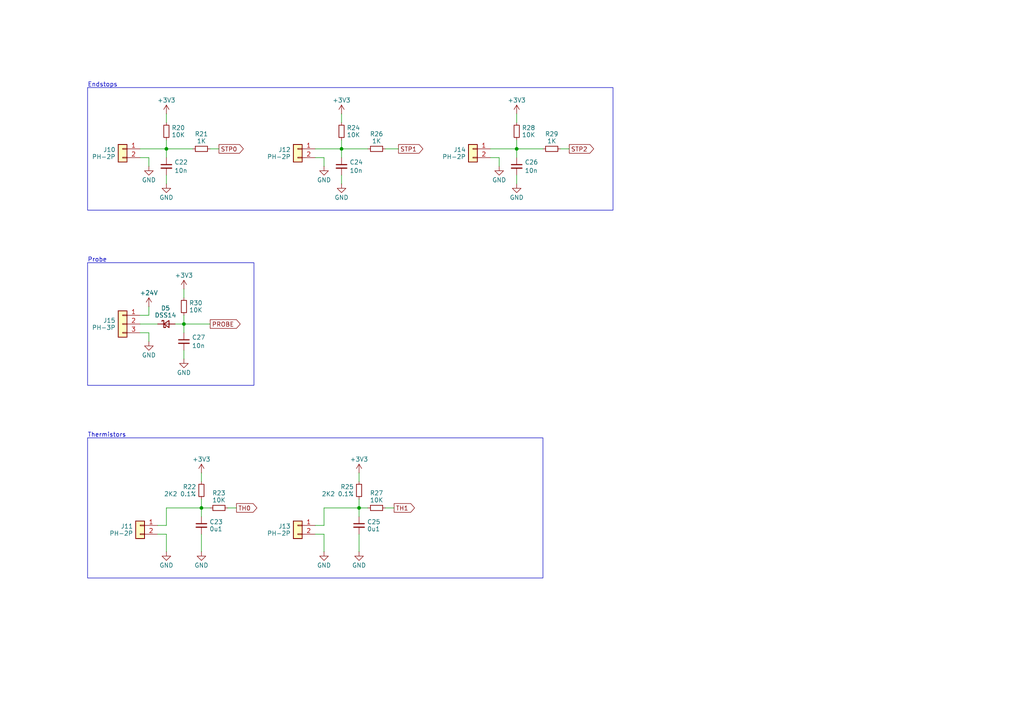
<source format=kicad_sch>
(kicad_sch (version 20231120) (generator "eeschema") (generator_version "8.0")
  (paper "A4")
  (lib_symbols
    (symbol "Connector_Generic:Conn_01x02" (pin_names (offset 1.016) hide)
      (property "Reference" "J" (at 0 2.54 0))
      (property "Value" "Conn_01x02" (at 0 -5.08 0))
      (symbol "Conn_01x02_1_1"
        (rectangle (start -1.27 -2.413) (end 0 -2.667) (stroke (width 0.1524)))
        (rectangle (start -1.27 0.127) (end 0 -0.127) (stroke (width 0.1524)))
        (rectangle (start -1.27 1.27) (end 1.27 -3.81) (stroke (width 0.254)) (fill (type background)))
        (pin passive line (at -5.08 0 0) (length 3.81) (name "Pin_1") (number "1"))
        (pin passive line (at -5.08 -2.54 0) (length 3.81) (name "Pin_2") (number "2"))
      )
    )
    (symbol "Connector_Generic:Conn_01x03" (pin_names (offset 1.016) hide)
      (property "Reference" "J" (at 0 5.08 0))
      (property "Value" "Conn_01x03" (at 0 -5.08 0))
      (symbol "Conn_01x03_1_1"
        (rectangle (start -1.27 -2.413) (end 0 -2.667) (stroke (width 0.1524)))
        (rectangle (start -1.27 0.127) (end 0 -0.127) (stroke (width 0.1524)))
        (rectangle (start -1.27 2.667) (end 0 2.413) (stroke (width 0.1524)))
        (rectangle (start -1.27 3.81) (end 1.27 -3.81) (stroke (width 0.254)) (fill (type background)))
        (pin passive line (at -5.08 2.54 0) (length 3.81) (name "Pin_1") (number "1"))
        (pin passive line (at -5.08 0 0) (length 3.81) (name "Pin_2") (number "2"))
        (pin passive line (at -5.08 -2.54 0) (length 3.81) (name "Pin_3") (number "3"))
      )
    )
    (symbol "Device:C_Small" (pin_numbers hide) (pin_names (offset 0.254) hide)
      (property "Reference" "C" (at 0.254 1.778 0))
      (property "Value" "C_Small" (at 0.254 -2.032 0))
      (symbol "C_Small_0_1"
        (polyline (pts (xy -1.524 -0.508) (xy 1.524 -0.508)) (stroke (width 0.3302)))
        (polyline (pts (xy -1.524 0.508) (xy 1.524 0.508)) (stroke (width 0.3048)))
      )
      (symbol "C_Small_1_1"
        (pin passive line (at 0 2.54 270) (length 2.032) (name "~") (number "1"))
        (pin passive line (at 0 -2.54 90) (length 2.032) (name "~") (number "2"))
      )
    )
    (symbol "Device:D_Schottky_Small" (pin_numbers hide) (pin_names (offset 0.254) hide)
      (property "Reference" "D" (at -1.27 2.032 0))
      (property "Value" "D_Schottky_Small" (at -7.112 -2.032 0))
      (symbol "D_Schottky_Small_0_1"
        (polyline (pts (xy -0.762 0) (xy 0.762 0)))
        (polyline (pts (xy 0.762 -1.016) (xy -0.762 0) (xy 0.762 1.016) (xy 0.762 -1.016)) (stroke (width 0.254)))
        (polyline (pts (xy -1.27 0.762) (xy -1.27 1.016) (xy -0.762 1.016) (xy -0.762 -1.016) (xy -0.254 -1.016) (xy -0.254 -0.762)) (stroke (width 0.254)))
      )
      (symbol "D_Schottky_Small_1_1"
        (pin passive line (at -2.54 0 0) (length 1.778) (name "K") (number "1"))
        (pin passive line (at 2.54 0 180) (length 1.778) (name "A") (number "2"))
      )
    )
    (symbol "Device:R_Small" (pin_numbers hide) (pin_names (offset 0.254) hide)
      (property "Reference" "R" (at 0.762 0.508 0))
      (property "Value" "R_Small" (at 0.762 -1.016 0))
      (symbol "R_Small_0_1"
        (rectangle (start -0.762 1.778) (end 0.762 -1.778) (stroke (width 0.2032)))
      )
      (symbol "R_Small_1_1"
        (pin passive line (at 0 2.54 270) (length 0.762) (name "~") (number "1"))
        (pin passive line (at 0 -2.54 90) (length 0.762) (name "~") (number "2"))
      )
    )
    (symbol "power:+24V" (power) (pin_numbers hide) (pin_names (offset 0) hide)
      (property "Value" "+24V" (at 0 3.556 0))
      (symbol "+24V_0_1"
        (polyline (pts (xy -0.762 1.27) (xy 0 2.54)))
        (polyline (pts (xy 0 0) (xy 0 2.54)))
        (polyline (pts (xy 0 2.54) (xy 0.762 1.27)))
      )
      (symbol "+24V_1_1"
        (pin power_in line (at 0 0 90) (length 0) (name "~") (number "1"))
      )
    )
    (symbol "power:+3V3" (power) (pin_numbers hide) (pin_names (offset 0) hide)
      (property "Value" "+3V3" (at 0 3.556 0))
      (symbol "+3V3_0_1"
        (polyline (pts (xy -0.762 1.27) (xy 0 2.54)))
        (polyline (pts (xy 0 0) (xy 0 2.54)))
        (polyline (pts (xy 0 2.54) (xy 0.762 1.27)))
      )
      (symbol "+3V3_1_1"
        (pin power_in line (at 0 0 90) (length 0) (name "~") (number "1"))
      )
    )
    (symbol "power:GND" (power) (pin_numbers hide) (pin_names (offset 0) hide)
      (property "Value" "GND" (at 0 -3.81 0))
      (symbol "GND_0_1"
        (polyline (pts (xy 0 0) (xy 0 -1.27) (xy 1.27 -1.27) (xy 0 -2.54) (xy -1.27 -1.27) (xy 0 -1.27)))
      )
      (symbol "GND_1_1"
        (pin power_in line (at 0 0 270) (length 0) (name "~") (number "1"))
      )
    )
  )
  (junction (at 104.14 147.32))
  (junction (at 149.86 43.18))
  (junction (at 48.26 43.18))
  (junction (at 58.42 147.32))
  (junction (at 99.06 43.18))
  (junction (at 53.34 93.98))
  (wire (pts (xy 149.86 50.8) (xy 149.86 53.34)))
  (wire (pts (xy 48.26 43.18) (xy 55.88 43.18)))
  (wire (pts (xy 91.44 152.4) (xy 93.98 152.4)))
  (wire (pts (xy 93.98 147.32) (xy 104.14 147.32)))
  (wire (pts (xy 104.14 137.16) (xy 104.14 139.7)))
  (wire (pts (xy 99.06 50.8) (xy 99.06 53.34)))
  (wire (pts (xy 43.18 91.44) (xy 40.64 91.44)))
  (wire (pts (xy 93.98 147.32) (xy 93.98 152.4)))
  (wire (pts (xy 60.96 43.18) (xy 63.5 43.18)))
  (wire (pts (xy 104.14 147.32) (xy 104.14 149.86)))
  (wire (pts (xy 93.98 45.72) (xy 93.98 48.26)))
  (wire (pts (xy 53.34 93.98) (xy 60.96 93.98)))
  (wire (pts (xy 58.42 154.94) (xy 58.42 160.02)))
  (wire (pts (xy 58.42 137.16) (xy 58.42 139.7)))
  (wire (pts (xy 58.42 144.78) (xy 58.42 147.32)))
  (wire (pts (xy 66.04 147.32) (xy 68.58 147.32)))
  (wire (pts (xy 43.18 45.72) (xy 43.18 48.26)))
  (wire (pts (xy 53.34 93.98) (xy 53.34 96.52)))
  (wire (pts (xy 58.42 147.32) (xy 58.42 149.86)))
  (wire (pts (xy 149.86 43.18) (xy 157.48 43.18)))
  (wire (pts (xy 53.34 101.6) (xy 53.34 104.14)))
  (wire (pts (xy 149.86 40.64) (xy 149.86 43.18)))
  (wire (pts (xy 43.18 88.9) (xy 43.18 91.44)))
  (wire (pts (xy 50.8 93.98) (xy 53.34 93.98)))
  (wire (pts (xy 45.72 154.94) (xy 48.26 154.94)))
  (wire (pts (xy 149.86 43.18) (xy 149.86 45.72)))
  (wire (pts (xy 40.64 43.18) (xy 48.26 43.18)))
  (wire (pts (xy 48.26 154.94) (xy 48.26 160.02)))
  (wire (pts (xy 48.26 147.32) (xy 58.42 147.32)))
  (wire (pts (xy 111.76 43.18) (xy 115.57 43.18)))
  (wire (pts (xy 162.56 43.18) (xy 165.1 43.18)))
  (wire (pts (xy 48.26 43.18) (xy 48.26 45.72)))
  (wire (pts (xy 40.64 45.72) (xy 43.18 45.72)))
  (wire (pts (xy 99.06 43.18) (xy 106.68 43.18)))
  (wire (pts (xy 142.24 43.18) (xy 149.86 43.18)))
  (wire (pts (xy 93.98 154.94) (xy 93.98 160.02)))
  (wire (pts (xy 40.64 96.52) (xy 43.18 96.52)))
  (wire (pts (xy 99.06 33.02) (xy 99.06 35.56)))
  (wire (pts (xy 48.26 33.02) (xy 48.26 35.56)))
  (wire (pts (xy 104.14 144.78) (xy 104.14 147.32)))
  (wire (pts (xy 99.06 40.64) (xy 99.06 43.18)))
  (wire (pts (xy 48.26 50.8) (xy 48.26 53.34)))
  (wire (pts (xy 99.06 43.18) (xy 99.06 45.72)))
  (wire (pts (xy 43.18 96.52) (xy 43.18 99.06)))
  (wire (pts (xy 104.14 154.94) (xy 104.14 160.02)))
  (wire (pts (xy 48.26 147.32) (xy 48.26 152.4)))
  (wire (pts (xy 45.72 152.4) (xy 48.26 152.4)))
  (wire (pts (xy 40.64 93.98) (xy 45.72 93.98)))
  (wire (pts (xy 48.26 40.64) (xy 48.26 43.18)))
  (wire (pts (xy 91.44 43.18) (xy 99.06 43.18)))
  (wire (pts (xy 91.44 154.94) (xy 93.98 154.94)))
  (wire (pts (xy 149.86 33.02) (xy 149.86 35.56)))
  (wire (pts (xy 53.34 83.82) (xy 53.34 86.36)))
  (wire (pts (xy 144.78 45.72) (xy 144.78 48.26)))
  (wire (pts (xy 53.34 91.44) (xy 53.34 93.98)))
  (wire (pts (xy 111.76 147.32) (xy 114.3 147.32)))
  (wire (pts (xy 142.24 45.72) (xy 144.78 45.72)))
  (wire (pts (xy 91.44 45.72) (xy 93.98 45.72)))
  (wire (pts (xy 104.14 147.32) (xy 106.68 147.32)))
  (wire (pts (xy 58.42 147.32) (xy 60.96 147.32)))
  (rectangle (start 25.4 25.4) (end 177.8 60.96))
  (rectangle (start 25.4 76.2) (end 73.66 111.76))
  (rectangle (start 25.4 127) (end 157.48 167.64))
  (text "Probe" (at 25.4 76.2 0) (effects (font (size 1.27 1.27)) (justify left bottom)))
  (text "Thermistors" (at 25.4 127 0) (effects (font (size 1.27 1.27)) (justify left bottom)))
  (text "Endstops" (at 25.4 25.4 0) (effects (font (size 1.27 1.27)) (justify left bottom)))
  (global_label "TH0" (shape output) (at 68.58 147.32 0) (property "Intersheetrefs" "${INTERSHEET_REFS}" (effects (hide yes))))
  (global_label "TH1" (shape output) (at 114.3 147.32 0) (property "Intersheetrefs" "${INTERSHEET_REFS}" (effects (hide yes))))
  (global_label "STP2" (shape output) (at 165.1 43.18 0) (property "Intersheetrefs" "${INTERSHEET_REFS}" (effects (hide yes))))
  (global_label "STP1" (shape output) (at 115.57 43.18 0) (property "Intersheetrefs" "${INTERSHEET_REFS}" (effects (hide yes))))
  (global_label "STP0" (shape output) (at 63.5 43.18 0) (property "Intersheetrefs" "${INTERSHEET_REFS}" (effects (hide yes))))
  (global_label "PROBE" (shape output) (at 60.96 93.98 0) (property "Intersheetrefs" "${INTERSHEET_REFS}" (effects (hide yes))))
  (symbol (lib_id "Device:R_Small") (at 48.26 38.1 0) (unit 1)
    (property "Reference" "R20" (at 49.7586 37.076 0) (effects (justify left)))
    (property "Value" "10K" (at 49.7586 39.124 0) (effects (justify left)))
    (property "Footprint" "Resistor_SMD:R_0402_1005Metric" (effects (hide yes)))
    (property "LCSC" "C25744" (effects (hide yes)))
  )
  (symbol (lib_id "Device:R_Small") (at 109.22 43.18 90) (unit 1)
    (property "Reference" "R26" (at 109.22 38.8634 90))
    (property "Value" "1K" (at 109.22 40.9114 90))
    (property "Footprint" "Resistor_SMD:R_0402_1005Metric" (effects (hide yes)))
    (property "LCSC" "C11702" (effects (hide yes)))
  )
  (symbol (lib_id "power:GND") (at 43.18 48.26 0) (unit 1)
    (property "Reference" "#PWR054" (effects (hide yes)))
    (property "Value" "GND" (at 43.18 52.205 0))
    (property "Description" "Power symbol creates a global label with name \"GND\" , ground" (effects (hide yes)))
  )
  (symbol (lib_id "power:GND") (at 48.26 160.02 0) (unit 1)
    (property "Reference" "#PWR057" (effects (hide yes)))
    (property "Value" "GND" (at 48.26 163.965 0))
    (property "Description" "Power symbol creates a global label with name \"GND\" , ground" (effects (hide yes)))
  )
  (symbol (lib_id "Device:R_Small") (at 99.06 38.1 0) (unit 1)
    (property "Reference" "R24" (at 100.5586 37.076 0) (effects (justify left)))
    (property "Value" "10K" (at 100.5586 39.124 0) (effects (justify left)))
    (property "Footprint" "Resistor_SMD:R_0402_1005Metric" (effects (hide yes)))
    (property "LCSC" "C25744" (effects (hide yes)))
  )
  (symbol (lib_id "power:+3V3") (at 149.86 33.02 0) (unit 1)
    (property "Reference" "#PWR067" (effects (hide yes)))
    (property "Value" "+3V3" (at 149.86 29.075 0))
    (property "Description" "Power symbol creates a global label with name \"+3V3\"" (effects (hide yes)))
  )
  (symbol (lib_id "Connector_Generic:Conn_01x02") (at 86.36 43.18 0) (mirror y) (unit 1)
    (property "Reference" "J12" (at 84.328 43.426 0) (effects (justify left)))
    (property "Value" "PH-2P" (at 84.328 45.474 0) (effects (justify left)))
    (property "Footprint" "Connector_JST:JST_PH_B2B-PH-K_1x02_P2.00mm_Vertical" (effects (hide yes)))
    (property "Datasheet" "https://www.jst-mfg.com/product/pdf/eng/ePH.pdf" (effects (hide yes)))
    (property "LCSC" "C131337" (effects (hide yes)))
  )
  (symbol (lib_id "power:+24V") (at 43.18 88.9 0) (unit 1)
    (property "Reference" "#PWR069" (effects (hide yes)))
    (property "Value" "+24V" (at 43.18 84.955 0))
    (property "Description" "Power symbol creates a global label with name \"+24V\"" (effects (hide yes)))
  )
  (symbol (lib_id "power:+3V3") (at 53.34 83.82 0) (unit 1)
    (property "Reference" "#PWR071" (effects (hide yes)))
    (property "Value" "+3V3" (at 53.34 79.875 0))
    (property "Description" "Power symbol creates a global label with name \"+3V3\"" (effects (hide yes)))
  )
  (symbol (lib_id "Device:R_Small") (at 63.5 147.32 90) (unit 1)
    (property "Reference" "R23" (at 63.5 143.0034 90))
    (property "Value" "10K" (at 63.5 145.0514 90))
    (property "Footprint" "Resistor_SMD:R_0402_1005Metric" (effects (hide yes)))
    (property "LCSC" "C25744" (effects (hide yes)))
  )
  (symbol (lib_id "Device:R_Small") (at 149.86 38.1 0) (unit 1)
    (property "Reference" "R28" (at 151.3586 37.076 0) (effects (justify left)))
    (property "Value" "10K" (at 151.3586 39.124 0) (effects (justify left)))
    (property "Footprint" "Resistor_SMD:R_0402_1005Metric" (effects (hide yes)))
    (property "LCSC" "C25744" (effects (hide yes)))
  )
  (symbol (lib_id "Device:R_Small") (at 58.42 43.18 90) (unit 1)
    (property "Reference" "R21" (at 58.42 38.8634 90))
    (property "Value" "1K" (at 58.42 40.9114 90))
    (property "Footprint" "Resistor_SMD:R_0402_1005Metric" (effects (hide yes)))
    (property "LCSC" "C11702" (effects (hide yes)))
  )
  (symbol (lib_id "Connector_Generic:Conn_01x02") (at 40.64 152.4 0) (mirror y) (unit 1)
    (property "Reference" "J11" (at 38.608 152.646 0) (effects (justify left)))
    (property "Value" "PH-2P" (at 38.608 154.694 0) (effects (justify left)))
    (property "Footprint" "Connector_JST:JST_PH_B2B-PH-K_1x02_P2.00mm_Vertical" (effects (hide yes)))
    (property "Datasheet" "https://www.jst-mfg.com/product/pdf/eng/ePH.pdf" (effects (hide yes)))
    (property "LCSC" "C131337" (effects (hide yes)))
  )
  (symbol (lib_id "power:GND") (at 58.42 160.02 0) (unit 1)
    (property "Reference" "#PWR059" (effects (hide yes)))
    (property "Value" "GND" (at 58.42 163.965 0))
    (property "Description" "Power symbol creates a global label with name \"GND\" , ground" (effects (hide yes)))
  )
  (symbol (lib_id "power:GND") (at 93.98 160.02 0) (unit 1)
    (property "Reference" "#PWR061" (effects (hide yes)))
    (property "Value" "GND" (at 93.98 163.965 0))
    (property "Description" "Power symbol creates a global label with name \"GND\" , ground" (effects (hide yes)))
  )
  (symbol (lib_id "Device:R_Small") (at 160.02 43.18 90) (unit 1)
    (property "Reference" "R29" (at 160.02 38.8634 90))
    (property "Value" "1K" (at 160.02 40.9114 90))
    (property "Footprint" "Resistor_SMD:R_0402_1005Metric" (effects (hide yes)))
    (property "LCSC" "C11702" (effects (hide yes)))
  )
  (symbol (lib_id "power:GND") (at 48.26 53.34 0) (unit 1)
    (property "Reference" "#PWR056" (effects (hide yes)))
    (property "Value" "GND" (at 48.26 57.285 0))
    (property "Description" "Power symbol creates a global label with name \"GND\" , ground" (effects (hide yes)))
  )
  (symbol (lib_id "Device:C_Small") (at 53.34 99.06 0) (unit 1)
    (property "Reference" "C27" (at 55.6641 97.8541 0) (effects (justify left)))
    (property "Value" "10n" (at 55.6641 100.2784 0) (effects (justify left)))
    (property "Footprint" "Capacitor_SMD:C_0402_1005Metric" (effects (hide yes)))
    (property "LCSC" "C15195" (effects (hide yes)))
  )
  (symbol (lib_id "power:+3V3") (at 104.14 137.16 0) (unit 1)
    (property "Reference" "#PWR064" (effects (hide yes)))
    (property "Value" "+3V3" (at 104.14 133.215 0))
    (property "Description" "Power symbol creates a global label with name \"+3V3\"" (effects (hide yes)))
  )
  (symbol (lib_id "Device:D_Schottky_Small") (at 48.26 93.98 0) (unit 1)
    (property "Reference" "D5" (at 48.006 89.384 0))
    (property "Value" "DSS14" (at 48.006 91.432 0))
    (property "Footprint" "Diode_SMD:D_SOD-123F" (effects (hide yes)))
    (property "LCSC" "C466479" (effects (hide yes)))
    (property "MPN" "DSS14" (effects (hide yes)))
  )
  (symbol (lib_id "power:+3V3") (at 48.26 33.02 0) (unit 1)
    (property "Reference" "#PWR055" (effects (hide yes)))
    (property "Value" "+3V3" (at 48.26 29.075 0))
    (property "Description" "Power symbol creates a global label with name \"+3V3\"" (effects (hide yes)))
  )
  (symbol (lib_id "power:GND") (at 53.34 104.14 0) (unit 1)
    (property "Reference" "#PWR072" (effects (hide yes)))
    (property "Value" "GND" (at 53.34 108.085 0))
    (property "Description" "Power symbol creates a global label with name \"GND\" , ground" (effects (hide yes)))
  )
  (symbol (lib_id "power:GND") (at 99.06 53.34 0) (unit 1)
    (property "Reference" "#PWR063" (effects (hide yes)))
    (property "Value" "GND" (at 99.06 57.285 0))
    (property "Description" "Power symbol creates a global label with name \"GND\" , ground" (effects (hide yes)))
  )
  (symbol (lib_id "power:+3V3") (at 58.42 137.16 0) (unit 1)
    (property "Reference" "#PWR058" (effects (hide yes)))
    (property "Value" "+3V3" (at 58.42 133.215 0))
    (property "Description" "Power symbol creates a global label with name \"+3V3\"" (effects (hide yes)))
  )
  (symbol (lib_id "Device:C_Small") (at 149.86 48.26 0) (unit 1)
    (property "Reference" "C26" (at 152.1841 47.0541 0) (effects (justify left)))
    (property "Value" "10n" (at 152.1841 49.4784 0) (effects (justify left)))
    (property "Footprint" "Capacitor_SMD:C_0402_1005Metric" (effects (hide yes)))
    (property "LCSC" "C15195" (effects (hide yes)))
  )
  (symbol (lib_id "Device:C_Small") (at 58.42 152.4 0) (unit 1)
    (property "Reference" "C23" (at 60.7441 151.3823 0) (effects (justify left)))
    (property "Value" "0u1" (at 60.7441 153.4303 0) (effects (justify left)))
    (property "Footprint" "Capacitor_SMD:C_0402_1005Metric" (effects (hide yes)))
    (property "LCSC" "C307331" (effects (hide yes)))
  )
  (symbol (lib_id "power:GND") (at 43.18 99.06 0) (unit 1)
    (property "Reference" "#PWR070" (effects (hide yes)))
    (property "Value" "GND" (at 43.18 103.005 0))
    (property "Description" "Power symbol creates a global label with name \"GND\" , ground" (effects (hide yes)))
  )
  (symbol (lib_id "Device:R_Small") (at 109.22 147.32 90) (unit 1)
    (property "Reference" "R27" (at 109.22 143.0034 90))
    (property "Value" "10K" (at 109.22 145.0514 90))
    (property "Footprint" "Resistor_SMD:R_0402_1005Metric" (effects (hide yes)))
    (property "LCSC" "C25744" (effects (hide yes)))
  )
  (symbol (lib_id "power:GND") (at 149.86 53.34 0) (unit 1)
    (property "Reference" "#PWR068" (effects (hide yes)))
    (property "Value" "GND" (at 149.86 57.285 0))
    (property "Description" "Power symbol creates a global label with name \"GND\" , ground" (effects (hide yes)))
  )
  (symbol (lib_id "Device:R_Small") (at 104.14 142.24 0) (unit 1)
    (property "Reference" "R25" (at 102.6414 141.216 0) (effects (justify right)))
    (property "Value" "2K2 0.1%" (at 102.6414 143.264 0) (effects (justify right)))
    (property "Footprint" "Resistor_SMD:R_0402_1005Metric" (effects (hide yes)))
    (property "LCSC" "C326602" (effects (hide yes)))
  )
  (symbol (lib_id "power:GND") (at 93.98 48.26 0) (unit 1)
    (property "Reference" "#PWR060" (effects (hide yes)))
    (property "Value" "GND" (at 93.98 52.205 0))
    (property "Description" "Power symbol creates a global label with name \"GND\" , ground" (effects (hide yes)))
  )
  (symbol (lib_id "Device:R_Small") (at 58.42 142.24 0) (unit 1)
    (property "Reference" "R22" (at 56.9214 141.216 0) (effects (justify right)))
    (property "Value" "2K2 0.1%" (at 56.9214 143.264 0) (effects (justify right)))
    (property "Footprint" "Resistor_SMD:R_0402_1005Metric" (effects (hide yes)))
    (property "LCSC" "C326602" (effects (hide yes)))
  )
  (symbol (lib_id "Device:C_Small") (at 48.26 48.26 0) (unit 1)
    (property "Reference" "C22" (at 50.5841 47.0541 0) (effects (justify left)))
    (property "Value" "10n" (at 50.5841 49.4784 0) (effects (justify left)))
    (property "Footprint" "Capacitor_SMD:C_0402_1005Metric" (effects (hide yes)))
    (property "LCSC" "C15195" (effects (hide yes)))
  )
  (symbol (lib_id "Connector_Generic:Conn_01x03") (at 35.56 93.98 0) (mirror y) (unit 1)
    (property "Reference" "J15" (at 33.528 92.956 0) (effects (justify left)))
    (property "Value" "PH-3P" (at 33.528 95.004 0) (effects (justify left)))
    (property "Footprint" "Connector_JST:JST_PH_B3B-PH-K_1x03_P2.00mm_Vertical" (effects (hide yes)))
    (property "Datasheet" "https://www.jst-mfg.com/product/pdf/eng/ePH.pdf" (effects (hide yes)))
    (property "LCSC" "C131339" (effects (hide yes)))
  )
  (symbol (lib_id "Device:R_Small") (at 53.34 88.9 0) (unit 1)
    (property "Reference" "R30" (at 54.8386 87.876 0) (effects (justify left)))
    (property "Value" "10K" (at 54.8386 89.924 0) (effects (justify left)))
    (property "Footprint" "Resistor_SMD:R_0402_1005Metric" (effects (hide yes)))
    (property "LCSC" "C25744" (effects (hide yes)))
  )
  (symbol (lib_id "Connector_Generic:Conn_01x02") (at 35.56 43.18 0) (mirror y) (unit 1)
    (property "Reference" "J10" (at 33.528 43.426 0) (effects (justify left)))
    (property "Value" "PH-2P" (at 33.528 45.474 0) (effects (justify left)))
    (property "Footprint" "Connector_JST:JST_PH_B2B-PH-K_1x02_P2.00mm_Vertical" (effects (hide yes)))
    (property "Datasheet" "https://www.jst-mfg.com/product/pdf/eng/ePH.pdf" (effects (hide yes)))
    (property "LCSC" "C131337" (effects (hide yes)))
  )
  (symbol (lib_id "power:GND") (at 104.14 160.02 0) (unit 1)
    (property "Reference" "#PWR065" (effects (hide yes)))
    (property "Value" "GND" (at 104.14 163.965 0))
    (property "Description" "Power symbol creates a global label with name \"GND\" , ground" (effects (hide yes)))
  )
  (symbol (lib_id "Connector_Generic:Conn_01x02") (at 86.36 152.4 0) (mirror y) (unit 1)
    (property "Reference" "J13" (at 84.328 152.646 0) (effects (justify left)))
    (property "Value" "PH-2P" (at 84.328 154.694 0) (effects (justify left)))
    (property "Footprint" "Connector_JST:JST_PH_B2B-PH-K_1x02_P2.00mm_Vertical" (effects (hide yes)))
    (property "Datasheet" "https://www.jst-mfg.com/product/pdf/eng/ePH.pdf" (effects (hide yes)))
    (property "LCSC" "C131337" (effects (hide yes)))
  )
  (symbol (lib_id "power:+3V3") (at 99.06 33.02 0) (unit 1)
    (property "Reference" "#PWR062" (effects (hide yes)))
    (property "Value" "+3V3" (at 99.06 29.075 0))
    (property "Description" "Power symbol creates a global label with name \"+3V3\"" (effects (hide yes)))
  )
  (symbol (lib_id "power:GND") (at 144.78 48.26 0) (unit 1)
    (property "Reference" "#PWR066" (effects (hide yes)))
    (property "Value" "GND" (at 144.78 52.205 0))
    (property "Description" "Power symbol creates a global label with name \"GND\" , ground" (effects (hide yes)))
  )
  (symbol (lib_id "Connector_Generic:Conn_01x02") (at 137.16 43.18 0) (mirror y) (unit 1)
    (property "Reference" "J14" (at 135.128 43.426 0) (effects (justify left)))
    (property "Value" "PH-2P" (at 135.128 45.474 0) (effects (justify left)))
    (property "Footprint" "Connector_JST:JST_PH_B2B-PH-K_1x02_P2.00mm_Vertical" (effects (hide yes)))
    (property "Datasheet" "https://www.jst-mfg.com/product/pdf/eng/ePH.pdf" (effects (hide yes)))
    (property "LCSC" "C131337" (effects (hide yes)))
  )
  (symbol (lib_id "Device:C_Small") (at 99.06 48.26 0) (unit 1)
    (property "Reference" "C24" (at 101.3841 47.0541 0) (effects (justify left)))
    (property "Value" "10n" (at 101.3841 49.4784 0) (effects (justify left)))
    (property "Footprint" "Capacitor_SMD:C_0402_1005Metric" (effects (hide yes)))
    (property "LCSC" "C15195" (effects (hide yes)))
  )
  (symbol (lib_id "Device:C_Small") (at 104.14 152.4 0) (unit 1)
    (property "Reference" "C25" (at 106.4641 151.3823 0) (effects (justify left)))
    (property "Value" "0u1" (at 106.4641 153.4303 0) (effects (justify left)))
    (property "Footprint" "Capacitor_SMD:C_0402_1005Metric" (effects (hide yes)))
    (property "LCSC" "C307331" (effects (hide yes)))
  )
)
</source>
